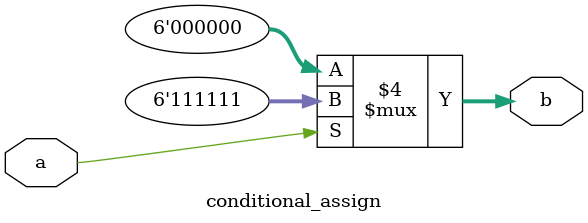
<source format=v>
module conditional_assign(
    input wire a,          // 1-bit input
    output reg [5:0] b     // 6-bit output
);

    always @* begin
        if (a == 0)
            b = 6'b000000;
        else
            b = 6'b111111;
    end

endmodule

</source>
